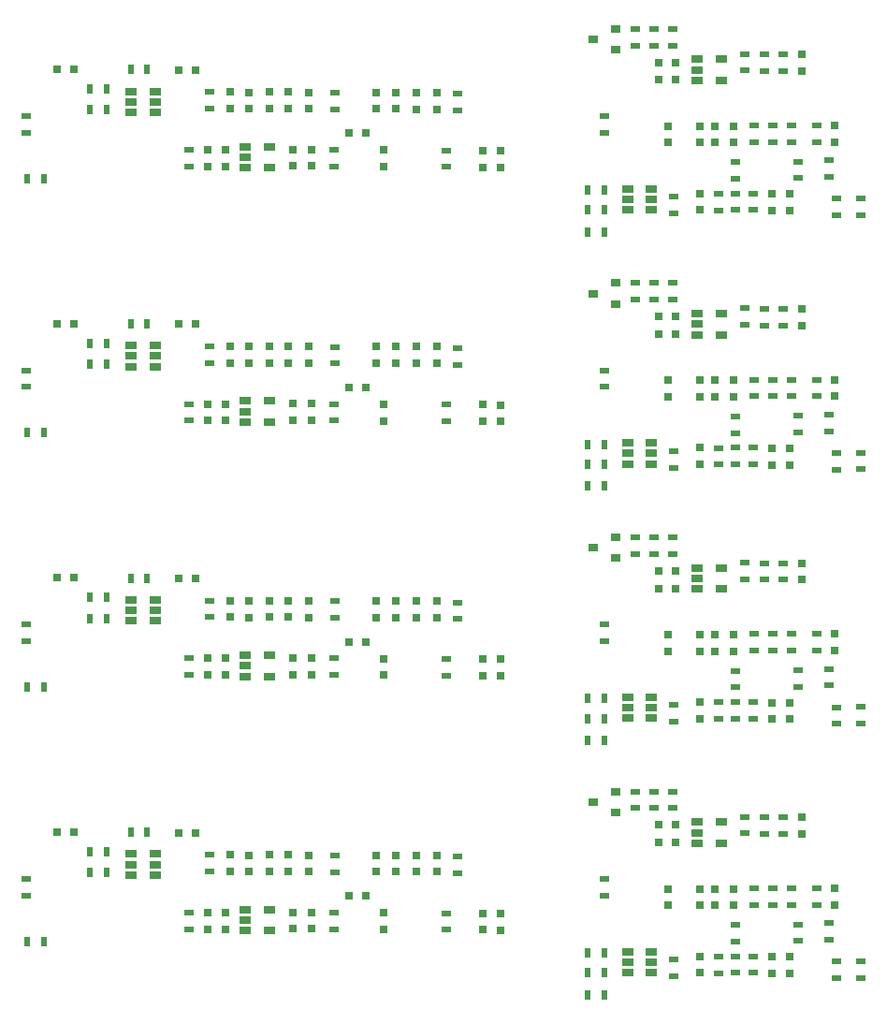
<source format=gbp>
%MOIN*%
%OFA0B0*%
%FSLAX46Y46*%
%IPPOS*%
%LPD*%
%ADD10C,0.0039370078740157488*%
%ADD11R,0.01968503937007874X0.035433070866141732*%
%ADD12R,0.031496062992125991X0.029527559055118113*%
%ADD13R,0.029527559055118113X0.031496062992125991*%
%ADD14R,0.035433070866141732X0.01968503937007874*%
%ADD15R,0.041732283464566935X0.025590551181102365*%
%ADD26C,0.0039370078740157488*%
%ADD27R,0.01968503937007874X0.035433070866141732*%
%ADD28R,0.031496062992125991X0.029527559055118113*%
%ADD29R,0.029527559055118113X0.031496062992125991*%
%ADD30R,0.035433070866141732X0.01968503937007874*%
%ADD31R,0.041732283464566935X0.025590551181102365*%
%ADD32C,0.0039370078740157488*%
%ADD33R,0.01968503937007874X0.035433070866141732*%
%ADD34R,0.031496062992125991X0.029527559055118113*%
%ADD35R,0.029527559055118113X0.031496062992125991*%
%ADD36R,0.035433070866141732X0.01968503937007874*%
%ADD37R,0.041732283464566935X0.025590551181102365*%
%ADD38C,0.0039370078740157488*%
%ADD39R,0.01968503937007874X0.035433070866141732*%
%ADD40R,0.031496062992125991X0.029527559055118113*%
%ADD41R,0.029527559055118113X0.031496062992125991*%
%ADD42R,0.035433070866141732X0.01968503937007874*%
%ADD43R,0.041732283464566935X0.025590551181102365*%
%ADD44C,0.0039370078740157488*%
%ADD45R,0.035433070866141732X0.01968503937007874*%
%ADD46R,0.029527559055118113X0.031496062992125991*%
%ADD47R,0.041732283464566935X0.025590551181102365*%
%ADD48R,0.01968503937007874X0.035433070866141732*%
%ADD49R,0.035433070866141732X0.031496062992125991*%
%ADD50R,0.031496062992125991X0.029527559055118113*%
%ADD51C,0.0039370078740157488*%
%ADD52R,0.035433070866141732X0.01968503937007874*%
%ADD53R,0.029527559055118113X0.031496062992125991*%
%ADD54R,0.041732283464566935X0.025590551181102365*%
%ADD55R,0.01968503937007874X0.035433070866141732*%
%ADD56R,0.035433070866141732X0.031496062992125991*%
%ADD57R,0.031496062992125991X0.029527559055118113*%
%ADD58C,0.0039370078740157488*%
%ADD59R,0.035433070866141732X0.01968503937007874*%
%ADD60R,0.029527559055118113X0.031496062992125991*%
%ADD61R,0.041732283464566935X0.025590551181102365*%
%ADD62R,0.01968503937007874X0.035433070866141732*%
%ADD63R,0.035433070866141732X0.031496062992125991*%
%ADD64R,0.031496062992125991X0.029527559055118113*%
%ADD65C,0.0039370078740157488*%
%ADD66R,0.035433070866141732X0.01968503937007874*%
%ADD67R,0.029527559055118113X0.031496062992125991*%
%ADD68R,0.041732283464566935X0.025590551181102365*%
%ADD69R,0.01968503937007874X0.035433070866141732*%
%ADD70R,0.035433070866141732X0.031496062992125991*%
%ADD71R,0.031496062992125991X0.029527559055118113*%
%ADD72C,0.0039370078740157488*%
%ADD73C,0.0039370078740157488*%
%ADD74C,0.0039370078740157488*%
%ADD75C,0.0039370078740157488*%
%ADD76C,0.0039370078740157488*%
G01G01*
D10*
D11*
X0000000000Y0000905511D02*
X0000088267Y0000261338D03*
X0000147322Y0000261338D03*
D12*
X0001236299Y0000422755D03*
X0001295354Y0000422755D03*
D13*
X0001359921Y0000362519D03*
X0001359921Y0000303464D03*
X0001775669Y0000301496D03*
X0001775669Y0000360551D03*
D12*
X0000255196Y0000650708D03*
X0000196141Y0000650708D03*
X0000628425Y0000648346D03*
X0000687480Y0000648346D03*
D14*
X0000665826Y0000364094D03*
X0000665826Y0000305039D03*
D13*
X0000731968Y0000305433D03*
X0000731968Y0000364488D03*
X0000796535Y0000364094D03*
X0000796535Y0000305039D03*
D15*
X0000866220Y0000299921D03*
X0000866220Y0000337322D03*
X0000866220Y0000374724D03*
X0000952834Y0000374724D03*
X0000952834Y0000299921D03*
D13*
X0001034724Y0000365275D03*
X0001034724Y0000306220D03*
X0001103228Y0000364881D03*
X0001103228Y0000305826D03*
D14*
X0001181574Y0000364094D03*
X0001181574Y0000305039D03*
X0001582362Y0000361732D03*
X0001582362Y0000302677D03*
D13*
X0001710708Y0000302283D03*
X0001710708Y0000361338D03*
D14*
X0001623622Y0000562992D03*
X0001623622Y0000503937D03*
D13*
X0001476456Y0000508976D03*
X0001476456Y0000568031D03*
X0001401653Y0000568818D03*
X0001401653Y0000509763D03*
X0001333543Y0000568818D03*
X0001333543Y0000509763D03*
D14*
X0001184330Y0000508188D03*
X0001184330Y0000567244D03*
D13*
X0001093385Y0000509763D03*
X0001093385Y0000568818D03*
X0000810708Y0000510157D03*
X0000810708Y0000569212D03*
X0001019370Y0000510157D03*
X0001019370Y0000569212D03*
X0000878818Y0000509370D03*
X0000878818Y0000568425D03*
X0000952834Y0000510551D03*
X0000952834Y0000569606D03*
D14*
X0000739055Y0000570000D03*
X0000739055Y0000510944D03*
D11*
X0000516535Y0000649212D03*
X0000457480Y0000649212D03*
D15*
X0000546535Y0000572362D03*
X0000546535Y0000534960D03*
X0000546535Y0000497559D03*
X0000459921Y0000497559D03*
X0000459921Y0000572362D03*
X0000459921Y0000534960D03*
D11*
X0000372125Y0000505826D03*
X0000313070Y0000505826D03*
X0000372125Y0000581023D03*
X0000313070Y0000581023D03*
D14*
X0000085118Y0000484566D03*
X0000085118Y0000425511D03*
D13*
X0001549685Y0000508976D03*
X0001549685Y0000568031D03*
G04 next file*
G04 Gerber Fmt 4.6, Leading zero omitted, Abs format (unit mm)*
G04 Created by KiCad (PCBNEW 4.0.7) date 11/29/17 18:04:40*
G01G01*
G04 APERTURE LIST*
G04 APERTURE END LIST*
D26*
D27*
X0000000000Y0001811023D02*
X0000088267Y0001166850D03*
X0000147322Y0001166850D03*
D28*
X0001236299Y0001328267D03*
X0001295354Y0001328267D03*
D29*
X0001359921Y0001268031D03*
X0001359921Y0001208976D03*
X0001775669Y0001207007D03*
X0001775669Y0001266062D03*
D28*
X0000255196Y0001556220D03*
X0000196141Y0001556220D03*
X0000628425Y0001553858D03*
X0000687480Y0001553858D03*
D30*
X0000665826Y0001269606D03*
X0000665826Y0001210551D03*
D29*
X0000731968Y0001210944D03*
X0000731968Y0001269999D03*
X0000796535Y0001269606D03*
X0000796535Y0001210551D03*
D31*
X0000866220Y0001205433D03*
X0000866220Y0001242834D03*
X0000866220Y0001280236D03*
X0000952834Y0001280236D03*
X0000952834Y0001205433D03*
D29*
X0001034724Y0001270787D03*
X0001034724Y0001211732D03*
X0001103228Y0001270393D03*
X0001103228Y0001211338D03*
D30*
X0001181574Y0001269606D03*
X0001181574Y0001210551D03*
X0001582362Y0001267244D03*
X0001582362Y0001208188D03*
D29*
X0001710708Y0001207795D03*
X0001710708Y0001266850D03*
D30*
X0001623622Y0001468503D03*
X0001623622Y0001409448D03*
D29*
X0001476456Y0001414488D03*
X0001476456Y0001473543D03*
X0001401653Y0001474330D03*
X0001401653Y0001415275D03*
X0001333543Y0001474330D03*
X0001333543Y0001415275D03*
D30*
X0001184330Y0001413700D03*
X0001184330Y0001472755D03*
D29*
X0001093385Y0001415275D03*
X0001093385Y0001474330D03*
X0000810708Y0001415669D03*
X0000810708Y0001474724D03*
X0001019370Y0001415669D03*
X0001019370Y0001474724D03*
X0000878818Y0001414881D03*
X0000878818Y0001473937D03*
X0000952834Y0001416062D03*
X0000952834Y0001475118D03*
D30*
X0000739055Y0001475511D03*
X0000739055Y0001416456D03*
D27*
X0000516535Y0001554724D03*
X0000457480Y0001554724D03*
D31*
X0000546535Y0001477874D03*
X0000546535Y0001440472D03*
X0000546535Y0001403070D03*
X0000459921Y0001403070D03*
X0000459921Y0001477874D03*
X0000459921Y0001440472D03*
D27*
X0000372125Y0001411338D03*
X0000313070Y0001411338D03*
X0000372125Y0001486535D03*
X0000313070Y0001486535D03*
D30*
X0000085118Y0001390078D03*
X0000085118Y0001331023D03*
D29*
X0001549685Y0001414488D03*
X0001549685Y0001473543D03*
G04 next file*
G04 Gerber Fmt 4.6, Leading zero omitted, Abs format (unit mm)*
G04 Created by KiCad (PCBNEW 4.0.7) date 11/29/17 18:04:40*
G01G01*
G04 APERTURE LIST*
G04 APERTURE END LIST*
D32*
D33*
X0000000000Y0002716535D02*
X0000088267Y0002072362D03*
X0000147322Y0002072362D03*
D34*
X0001236299Y0002233779D03*
X0001295354Y0002233779D03*
D35*
X0001359921Y0002173543D03*
X0001359921Y0002114488D03*
X0001775669Y0002112519D03*
X0001775669Y0002171574D03*
D34*
X0000255196Y0002461732D03*
X0000196141Y0002461732D03*
X0000628425Y0002459370D03*
X0000687480Y0002459370D03*
D36*
X0000665826Y0002175118D03*
X0000665826Y0002116062D03*
D35*
X0000731968Y0002116456D03*
X0000731968Y0002175511D03*
X0000796535Y0002175118D03*
X0000796535Y0002116062D03*
D37*
X0000866220Y0002110944D03*
X0000866220Y0002148346D03*
X0000866220Y0002185748D03*
X0000952834Y0002185748D03*
X0000952834Y0002110944D03*
D35*
X0001034724Y0002176299D03*
X0001034724Y0002117244D03*
X0001103228Y0002175905D03*
X0001103228Y0002116850D03*
D36*
X0001181574Y0002175118D03*
X0001181574Y0002116062D03*
X0001582362Y0002172755D03*
X0001582362Y0002113700D03*
D35*
X0001710708Y0002113307D03*
X0001710708Y0002172362D03*
D36*
X0001623622Y0002374015D03*
X0001623622Y0002314960D03*
D35*
X0001476456Y0002320000D03*
X0001476456Y0002379055D03*
X0001401653Y0002379842D03*
X0001401653Y0002320787D03*
X0001333543Y0002379842D03*
X0001333543Y0002320787D03*
D36*
X0001184330Y0002319212D03*
X0001184330Y0002378267D03*
D35*
X0001093385Y0002320787D03*
X0001093385Y0002379842D03*
X0000810708Y0002321181D03*
X0000810708Y0002380236D03*
X0001019370Y0002321181D03*
X0001019370Y0002380236D03*
X0000878818Y0002320393D03*
X0000878818Y0002379448D03*
X0000952834Y0002321574D03*
X0000952834Y0002380629D03*
D36*
X0000739055Y0002381023D03*
X0000739055Y0002321968D03*
D33*
X0000516535Y0002460236D03*
X0000457480Y0002460236D03*
D37*
X0000546535Y0002383385D03*
X0000546535Y0002345984D03*
X0000546535Y0002308582D03*
X0000459921Y0002308582D03*
X0000459921Y0002383385D03*
X0000459921Y0002345984D03*
D33*
X0000372125Y0002316850D03*
X0000313070Y0002316850D03*
X0000372125Y0002392047D03*
X0000313070Y0002392047D03*
D36*
X0000085118Y0002295590D03*
X0000085118Y0002236535D03*
D35*
X0001549685Y0002320000D03*
X0001549685Y0002379055D03*
G04 next file*
G04 Gerber Fmt 4.6, Leading zero omitted, Abs format (unit mm)*
G04 Created by KiCad (PCBNEW 4.0.7) date 11/29/17 18:04:40*
G01G01*
G04 APERTURE LIST*
G04 APERTURE END LIST*
D38*
D39*
X0000000000Y0003622047D02*
X0000088267Y0002977874D03*
X0000147322Y0002977874D03*
D40*
X0001236299Y0003139291D03*
X0001295354Y0003139291D03*
D41*
X0001359921Y0003079055D03*
X0001359921Y0003020000D03*
X0001775669Y0003018031D03*
X0001775669Y0003077086D03*
D40*
X0000255196Y0003367244D03*
X0000196141Y0003367244D03*
X0000628425Y0003364881D03*
X0000687480Y0003364881D03*
D42*
X0000665826Y0003080629D03*
X0000665826Y0003021574D03*
D41*
X0000731968Y0003021968D03*
X0000731968Y0003081023D03*
X0000796535Y0003080629D03*
X0000796535Y0003021574D03*
D43*
X0000866220Y0003016456D03*
X0000866220Y0003053858D03*
X0000866220Y0003091259D03*
X0000952834Y0003091259D03*
X0000952834Y0003016456D03*
D41*
X0001034724Y0003081811D03*
X0001034724Y0003022755D03*
X0001103228Y0003081417D03*
X0001103228Y0003022362D03*
D42*
X0001181574Y0003080629D03*
X0001181574Y0003021574D03*
X0001582362Y0003078267D03*
X0001582362Y0003019212D03*
D41*
X0001710708Y0003018818D03*
X0001710708Y0003077874D03*
D42*
X0001623622Y0003279527D03*
X0001623622Y0003220472D03*
D41*
X0001476456Y0003225511D03*
X0001476456Y0003284566D03*
X0001401653Y0003285354D03*
X0001401653Y0003226299D03*
X0001333543Y0003285354D03*
X0001333543Y0003226299D03*
D42*
X0001184330Y0003224724D03*
X0001184330Y0003283779D03*
D41*
X0001093385Y0003226299D03*
X0001093385Y0003285354D03*
X0000810708Y0003226692D03*
X0000810708Y0003285748D03*
X0001019370Y0003226692D03*
X0001019370Y0003285748D03*
X0000878818Y0003225905D03*
X0000878818Y0003284960D03*
X0000952834Y0003227086D03*
X0000952834Y0003286141D03*
D42*
X0000739055Y0003286535D03*
X0000739055Y0003227480D03*
D39*
X0000516535Y0003365748D03*
X0000457480Y0003365748D03*
D43*
X0000546535Y0003288897D03*
X0000546535Y0003251496D03*
X0000546535Y0003214094D03*
X0000459921Y0003214094D03*
X0000459921Y0003288897D03*
X0000459921Y0003251496D03*
D39*
X0000372125Y0003222362D03*
X0000313070Y0003222362D03*
X0000372125Y0003297559D03*
X0000313070Y0003297559D03*
D42*
X0000085118Y0003201102D03*
X0000085118Y0003142047D03*
D41*
X0001549685Y0003225511D03*
X0001549685Y0003284566D03*
G04 next file*
G04 Gerber Fmt 4.6, Leading zero omitted, Abs format (unit mm)*
G04 Created by KiCad (PCBNEW 4.0.7) date 11/29/17 17:20:56*
G01G01*
G04 APERTURE LIST*
G04 APERTURE END LIST*
D44*
D45*
X0002047244Y0003622047D02*
X0002612795Y0003035826D03*
X0002612795Y0002976771D03*
X0002944881Y0002983858D03*
X0002944881Y0003042913D03*
X0002835433Y0003038582D03*
X0002835433Y0002979527D03*
X0002715354Y0003360236D03*
X0002715354Y0003419291D03*
X0002678015Y0003108661D03*
X0002678015Y0003167716D03*
D46*
X0002740944Y0002922440D03*
X0002740944Y0002863385D03*
X0002967015Y0003108661D03*
X0002967015Y0003167716D03*
X0002850393Y0003360236D03*
X0002850393Y0003419291D03*
X0002606015Y0003106322D03*
X0002606015Y0003165377D03*
D45*
X0002392519Y0002854330D03*
X0002392519Y0002913385D03*
X0003058303Y0002907631D03*
X0003058303Y0002848576D03*
X0002973370Y0002847362D03*
X0002973370Y0002906417D03*
D47*
X0002227165Y0002867322D03*
X0002227165Y0002904724D03*
X0002227165Y0002942125D03*
X0002313779Y0002942125D03*
X0002313779Y0002867322D03*
X0002313779Y0002904724D03*
D45*
X0002783070Y0003419291D03*
X0002783070Y0003360236D03*
X0002746015Y0003167716D03*
X0002746015Y0003108661D03*
X0002811015Y0003108661D03*
X0002811015Y0003167716D03*
X0002902755Y0003167716D03*
X0002902755Y0003108661D03*
X0002387251Y0003511283D03*
X0002387251Y0003452228D03*
X0002644881Y0003422047D03*
X0002644881Y0003362992D03*
X0002255251Y0003452228D03*
X0002255251Y0003511283D03*
X0002321251Y0003511283D03*
X0002321251Y0003452228D03*
X0002144496Y0003200787D03*
X0002144496Y0003141732D03*
D48*
X0002145669Y0002788385D03*
X0002086614Y0002788385D03*
X0002145669Y0002937007D03*
X0002086614Y0002937007D03*
X0002145669Y0002866141D03*
X0002086614Y0002866141D03*
D45*
X0002612795Y0002924787D03*
X0002612795Y0002865732D03*
X0002675795Y0002924787D03*
X0002675795Y0002865732D03*
X0002550795Y0002923787D03*
X0002550795Y0002864732D03*
D49*
X0002185039Y0003511811D03*
X0002185039Y0003437007D03*
X0002106299Y0003474409D03*
D46*
X0002538976Y0003105905D03*
X0002538976Y0003164960D03*
D50*
X0002397346Y0003392220D03*
X0002338291Y0003392220D03*
D46*
X0002484645Y0003165354D03*
X0002484645Y0003106299D03*
X0002372047Y0003105905D03*
X0002372047Y0003164960D03*
X0002484795Y0002865732D03*
X0002484795Y0002924787D03*
X0002804724Y0002922440D03*
X0002804724Y0002863385D03*
D50*
X0002397346Y0003329220D03*
X0002338291Y0003329220D03*
D47*
X0002475590Y0003327559D03*
X0002475590Y0003364960D03*
X0002475590Y0003402362D03*
X0002562204Y0003402362D03*
X0002562204Y0003327559D03*
G04 next file*
G04 Gerber Fmt 4.6, Leading zero omitted, Abs format (unit mm)*
G04 Created by KiCad (PCBNEW 4.0.7) date 11/29/17 17:20:56*
G01G01*
G04 APERTURE LIST*
G04 APERTURE END LIST*
D51*
D52*
X0002047244Y0001811023D02*
X0002612795Y0001224803D03*
X0002612795Y0001165748D03*
X0002944881Y0001172834D03*
X0002944881Y0001231889D03*
X0002835433Y0001227559D03*
X0002835433Y0001168503D03*
X0002715354Y0001549212D03*
X0002715354Y0001608267D03*
X0002678015Y0001297637D03*
X0002678015Y0001356692D03*
D53*
X0002740944Y0001111417D03*
X0002740944Y0001052362D03*
X0002967015Y0001297637D03*
X0002967015Y0001356692D03*
X0002850393Y0001549212D03*
X0002850393Y0001608267D03*
X0002606015Y0001295299D03*
X0002606015Y0001354354D03*
D52*
X0002392519Y0001043307D03*
X0002392519Y0001102362D03*
X0003058303Y0001096608D03*
X0003058303Y0001037553D03*
X0002973370Y0001036338D03*
X0002973370Y0001095393D03*
D54*
X0002227165Y0001056299D03*
X0002227165Y0001093700D03*
X0002227165Y0001131102D03*
X0002313779Y0001131102D03*
X0002313779Y0001056299D03*
X0002313779Y0001093700D03*
D52*
X0002783070Y0001608267D03*
X0002783070Y0001549212D03*
X0002746015Y0001356692D03*
X0002746015Y0001297637D03*
X0002811015Y0001297637D03*
X0002811015Y0001356692D03*
X0002902755Y0001356692D03*
X0002902755Y0001297637D03*
X0002387251Y0001700259D03*
X0002387251Y0001641204D03*
X0002644881Y0001611023D03*
X0002644881Y0001551968D03*
X0002255251Y0001641204D03*
X0002255251Y0001700259D03*
X0002321251Y0001700259D03*
X0002321251Y0001641204D03*
X0002144496Y0001389763D03*
X0002144496Y0001330708D03*
D55*
X0002145669Y0000977362D03*
X0002086614Y0000977362D03*
X0002145669Y0001125984D03*
X0002086614Y0001125984D03*
X0002145669Y0001055118D03*
X0002086614Y0001055118D03*
D52*
X0002612795Y0001113763D03*
X0002612795Y0001054708D03*
X0002675795Y0001113763D03*
X0002675795Y0001054708D03*
X0002550795Y0001112763D03*
X0002550795Y0001053708D03*
D56*
X0002185039Y0001700787D03*
X0002185039Y0001625984D03*
X0002106299Y0001663385D03*
D53*
X0002538976Y0001294881D03*
X0002538976Y0001353937D03*
D57*
X0002397346Y0001581196D03*
X0002338291Y0001581196D03*
D53*
X0002484645Y0001354330D03*
X0002484645Y0001295275D03*
X0002372047Y0001294881D03*
X0002372047Y0001353937D03*
X0002484795Y0001054708D03*
X0002484795Y0001113763D03*
X0002804724Y0001111417D03*
X0002804724Y0001052362D03*
D57*
X0002397346Y0001518196D03*
X0002338291Y0001518196D03*
D54*
X0002475590Y0001516535D03*
X0002475590Y0001553937D03*
X0002475590Y0001591338D03*
X0002562204Y0001591338D03*
X0002562204Y0001516535D03*
G04 next file*
G04 Gerber Fmt 4.6, Leading zero omitted, Abs format (unit mm)*
G04 Created by KiCad (PCBNEW 4.0.7) date 11/29/17 17:20:56*
G01G01*
G04 APERTURE LIST*
G04 APERTURE END LIST*
D58*
D59*
X0002047244Y0002716535D02*
X0002612795Y0002130314D03*
X0002612795Y0002071259D03*
X0002944881Y0002078346D03*
X0002944881Y0002137401D03*
X0002835433Y0002133070D03*
X0002835433Y0002074015D03*
X0002715354Y0002454724D03*
X0002715354Y0002513779D03*
X0002678015Y0002203149D03*
X0002678015Y0002262204D03*
D60*
X0002740944Y0002016929D03*
X0002740944Y0001957874D03*
X0002967015Y0002203149D03*
X0002967015Y0002262204D03*
X0002850393Y0002454724D03*
X0002850393Y0002513779D03*
X0002606015Y0002200811D03*
X0002606015Y0002259866D03*
D59*
X0002392519Y0001948818D03*
X0002392519Y0002007874D03*
X0003058303Y0002002120D03*
X0003058303Y0001943064D03*
X0002973370Y0001941850D03*
X0002973370Y0002000905D03*
D61*
X0002227165Y0001961811D03*
X0002227165Y0001999212D03*
X0002227165Y0002036614D03*
X0002313779Y0002036614D03*
X0002313779Y0001961811D03*
X0002313779Y0001999212D03*
D59*
X0002783070Y0002513779D03*
X0002783070Y0002454724D03*
X0002746015Y0002262204D03*
X0002746015Y0002203149D03*
X0002811015Y0002203149D03*
X0002811015Y0002262204D03*
X0002902755Y0002262204D03*
X0002902755Y0002203149D03*
X0002387251Y0002605771D03*
X0002387251Y0002546716D03*
X0002644881Y0002516535D03*
X0002644881Y0002457480D03*
X0002255251Y0002546716D03*
X0002255251Y0002605771D03*
X0002321251Y0002605771D03*
X0002321251Y0002546716D03*
X0002144496Y0002295275D03*
X0002144496Y0002236220D03*
D62*
X0002145669Y0001882874D03*
X0002086614Y0001882874D03*
X0002145669Y0002031496D03*
X0002086614Y0002031496D03*
X0002145669Y0001960629D03*
X0002086614Y0001960629D03*
D59*
X0002612795Y0002019275D03*
X0002612795Y0001960220D03*
X0002675795Y0002019275D03*
X0002675795Y0001960220D03*
X0002550795Y0002018275D03*
X0002550795Y0001959220D03*
D63*
X0002185039Y0002606299D03*
X0002185039Y0002531496D03*
X0002106299Y0002568897D03*
D60*
X0002538976Y0002200393D03*
X0002538976Y0002259448D03*
D64*
X0002397346Y0002486708D03*
X0002338291Y0002486708D03*
D60*
X0002484645Y0002259842D03*
X0002484645Y0002200787D03*
X0002372047Y0002200393D03*
X0002372047Y0002259448D03*
X0002484795Y0001960220D03*
X0002484795Y0002019275D03*
X0002804724Y0002016929D03*
X0002804724Y0001957874D03*
D64*
X0002397346Y0002423708D03*
X0002338291Y0002423708D03*
D61*
X0002475590Y0002422047D03*
X0002475590Y0002459448D03*
X0002475590Y0002496850D03*
X0002562204Y0002496850D03*
X0002562204Y0002422047D03*
G04 next file*
G04 Gerber Fmt 4.6, Leading zero omitted, Abs format (unit mm)*
G04 Created by KiCad (PCBNEW 4.0.7) date 11/29/17 17:20:56*
G01G01*
G04 APERTURE LIST*
G04 APERTURE END LIST*
D65*
D66*
X0002047244Y0000905511D02*
X0002612795Y0000319291D03*
X0002612795Y0000260236D03*
X0002944881Y0000267322D03*
X0002944881Y0000326377D03*
X0002835433Y0000322047D03*
X0002835433Y0000262992D03*
X0002715354Y0000643700D03*
X0002715354Y0000702755D03*
X0002678015Y0000392125D03*
X0002678015Y0000451181D03*
D67*
X0002740944Y0000205905D03*
X0002740944Y0000146850D03*
X0002967015Y0000392125D03*
X0002967015Y0000451181D03*
X0002850393Y0000643700D03*
X0002850393Y0000702755D03*
X0002606015Y0000389787D03*
X0002606015Y0000448842D03*
D66*
X0002392519Y0000137795D03*
X0002392519Y0000196850D03*
X0003058303Y0000191096D03*
X0003058303Y0000132041D03*
X0002973370Y0000130826D03*
X0002973370Y0000189881D03*
D68*
X0002227165Y0000150787D03*
X0002227165Y0000188188D03*
X0002227165Y0000225590D03*
X0002313779Y0000225590D03*
X0002313779Y0000150787D03*
X0002313779Y0000188188D03*
D66*
X0002783070Y0000702755D03*
X0002783070Y0000643700D03*
X0002746015Y0000451181D03*
X0002746015Y0000392125D03*
X0002811015Y0000392125D03*
X0002811015Y0000451181D03*
X0002902755Y0000451181D03*
X0002902755Y0000392125D03*
X0002387251Y0000794748D03*
X0002387251Y0000735692D03*
X0002644881Y0000705511D03*
X0002644881Y0000646456D03*
X0002255251Y0000735692D03*
X0002255251Y0000794748D03*
X0002321251Y0000794748D03*
X0002321251Y0000735692D03*
X0002144496Y0000484251D03*
X0002144496Y0000425196D03*
D69*
X0002145669Y0000071850D03*
X0002086614Y0000071850D03*
X0002145669Y0000220472D03*
X0002086614Y0000220472D03*
X0002145669Y0000149606D03*
X0002086614Y0000149606D03*
D66*
X0002612795Y0000208251D03*
X0002612795Y0000149196D03*
X0002675795Y0000208251D03*
X0002675795Y0000149196D03*
X0002550795Y0000207251D03*
X0002550795Y0000148196D03*
D70*
X0002185039Y0000795275D03*
X0002185039Y0000720472D03*
X0002106299Y0000757874D03*
D67*
X0002538976Y0000389370D03*
X0002538976Y0000448425D03*
D71*
X0002397346Y0000675685D03*
X0002338291Y0000675685D03*
D67*
X0002484645Y0000448818D03*
X0002484645Y0000389763D03*
X0002372047Y0000389370D03*
X0002372047Y0000448425D03*
X0002484795Y0000149196D03*
X0002484795Y0000208251D03*
X0002804724Y0000205905D03*
X0002804724Y0000146850D03*
D71*
X0002397346Y0000612685D03*
X0002338291Y0000612685D03*
D68*
X0002475590Y0000611023D03*
X0002475590Y0000648425D03*
X0002475590Y0000685826D03*
X0002562204Y0000685826D03*
X0002562204Y0000611023D03*
G04 next file*
G04 Gerber Fmt 4.6, Leading zero omitted, Abs format (unit mm)*
G04 Created by KiCad (PCBNEW 4.0.7) date 11/29/17 16:21:08*
G01G01*
G04 APERTURE LIST*
G04 APERTURE END LIST*
D72*
G04 next file*
G04 Gerber Fmt 4.6, Leading zero omitted, Abs format (unit mm)*
G04 Created by KiCad (PCBNEW 4.0.7) date 11/29/17 18:13:59*
G01G01*
G04 APERTURE LIST*
G04 APERTURE END LIST*
D73*
G04 next file*
G04 Gerber Fmt 4.6, Leading zero omitted, Abs format (unit mm)*
G04 Created by KiCad (PCBNEW 4.0.7) date 11/29/17 18:13:59*
G01G01*
G04 APERTURE LIST*
G04 APERTURE END LIST*
D74*
G04 next file*
G04 Gerber Fmt 4.6, Leading zero omitted, Abs format (unit mm)*
G04 Created by KiCad (PCBNEW 4.0.7) date 11/29/17 18:13:59*
G01G01*
G04 APERTURE LIST*
G04 APERTURE END LIST*
D75*
G04 next file*
G04 Gerber Fmt 4.6, Leading zero omitted, Abs format (unit mm)*
G04 Created by KiCad (PCBNEW 4.0.7) date 11/29/17 18:13:59*
G01G01*
G04 APERTURE LIST*
G04 APERTURE END LIST*
D76*
M02*
</source>
